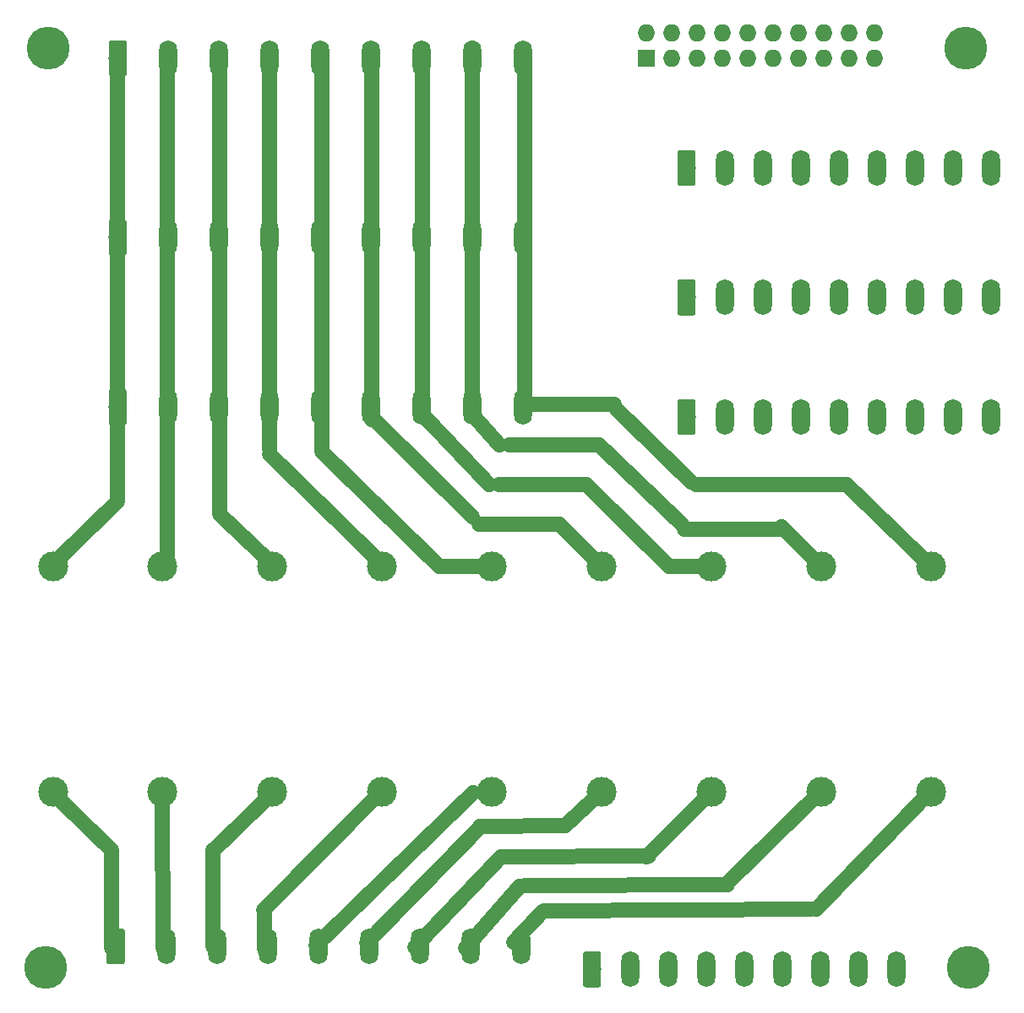
<source format=gbr>
G04 #@! TF.GenerationSoftware,KiCad,Pcbnew,(5.1.4)-1*
G04 #@! TF.CreationDate,2020-02-28T16:59:15+08:00*
G04 #@! TF.ProjectId,9p-parallel-fused,39702d70-6172-4616-9c6c-656c2d667573,rev?*
G04 #@! TF.SameCoordinates,Original*
G04 #@! TF.FileFunction,Soldermask,Bot*
G04 #@! TF.FilePolarity,Negative*
%FSLAX46Y46*%
G04 Gerber Fmt 4.6, Leading zero omitted, Abs format (unit mm)*
G04 Created by KiCad (PCBNEW (5.1.4)-1) date 2020-02-28 16:59:15*
%MOMM*%
%LPD*%
G04 APERTURE LIST*
%ADD10C,1.500000*%
%ADD11O,1.800000X3.600000*%
%ADD12C,0.100000*%
%ADD13C,1.800000*%
%ADD14O,1.727200X1.727200*%
%ADD15R,1.727200X1.727200*%
%ADD16C,4.300000*%
%ADD17C,3.000000*%
G04 APERTURE END LIST*
D10*
X96080000Y-130860000D02*
X75900000Y-131010000D01*
X77540000Y-133620000D02*
X74650000Y-136620000D01*
X75240000Y-131100000D02*
X69820000Y-137210000D01*
X88230000Y-128040000D02*
X73450000Y-128100000D01*
X71340000Y-125030000D02*
X59920000Y-136770000D01*
X108000000Y-90750000D02*
X93000000Y-90750000D01*
X101250000Y-95250000D02*
X91750000Y-95250000D01*
X94500000Y-99000000D02*
X90500000Y-99000000D01*
X72500000Y-99000000D02*
X67250000Y-99000000D01*
X79250000Y-94750000D02*
X71250000Y-94750000D01*
X82000000Y-90750000D02*
X73250000Y-90750000D01*
X83000000Y-86750000D02*
X74250000Y-86750000D01*
X84750000Y-82750000D02*
X76000000Y-82750000D01*
X34750000Y-92750000D02*
X28250000Y-99000000D01*
X45500000Y-94000000D02*
X50500000Y-98750000D01*
X101500000Y-95000000D02*
X105500000Y-99000000D01*
X108000000Y-90750000D02*
X116500000Y-99000000D01*
X85000000Y-83250000D02*
X92500000Y-90500000D01*
X83250000Y-86750000D02*
X91500000Y-94750000D01*
X79250000Y-94750000D02*
X83500000Y-99000000D01*
X82250000Y-91000000D02*
X90250000Y-99000000D01*
X70500000Y-83750000D02*
X73250000Y-86750000D01*
X65500000Y-83750000D02*
X72250000Y-90750000D01*
X60750000Y-84250000D02*
X70500000Y-94000000D01*
X55750000Y-87750000D02*
X67250000Y-99000000D01*
X50250000Y-87750000D02*
X61750000Y-99000000D01*
X75750000Y-47500000D02*
X75750000Y-83000000D01*
X70500000Y-47000000D02*
X70500000Y-82500000D01*
X65500000Y-47500000D02*
X65500000Y-83000000D01*
X60500000Y-47500000D02*
X60500000Y-84250000D01*
X55500000Y-47750000D02*
X55500000Y-87500000D01*
X50250000Y-47750000D02*
X50250000Y-87250000D01*
X45250000Y-48000000D02*
X45250000Y-93750000D01*
X40000000Y-47750000D02*
X40000000Y-98250000D01*
X35000000Y-48250000D02*
X35000000Y-92500000D01*
X34390000Y-127760000D02*
X34390000Y-137220000D01*
X44560000Y-127430000D02*
X44530000Y-137060000D01*
X49680000Y-133400000D02*
X49680000Y-137300000D01*
X70620000Y-121650000D02*
X54860000Y-137000000D01*
X79880000Y-125000000D02*
X71300000Y-125030000D01*
X73450000Y-128130000D02*
X64800000Y-137180000D01*
X104390000Y-133370000D02*
X77750000Y-133490000D01*
X116000000Y-122000000D02*
X104980000Y-133320000D01*
X105250000Y-121750000D02*
X96250000Y-130530000D01*
X94350000Y-121760000D02*
X87950000Y-128130000D01*
X83580000Y-121480000D02*
X79950000Y-124900000D01*
X61500000Y-121500000D02*
X49620000Y-133400000D01*
X50500000Y-121750000D02*
X44660000Y-127400000D01*
X39500000Y-121750000D02*
X39540000Y-137230000D01*
X28500000Y-121750000D02*
X34360000Y-127420000D01*
D11*
X113020000Y-139390000D03*
X109210000Y-139390000D03*
X105400000Y-139390000D03*
X101590000Y-139390000D03*
X97780000Y-139390000D03*
X93970000Y-139390000D03*
X90160000Y-139390000D03*
X86350000Y-139390000D03*
D12*
G36*
X83214504Y-137591204D02*
G01*
X83238773Y-137594804D01*
X83262571Y-137600765D01*
X83285671Y-137609030D01*
X83307849Y-137619520D01*
X83328893Y-137632133D01*
X83348598Y-137646747D01*
X83366777Y-137663223D01*
X83383253Y-137681402D01*
X83397867Y-137701107D01*
X83410480Y-137722151D01*
X83420970Y-137744329D01*
X83429235Y-137767429D01*
X83435196Y-137791227D01*
X83438796Y-137815496D01*
X83440000Y-137840000D01*
X83440000Y-140940000D01*
X83438796Y-140964504D01*
X83435196Y-140988773D01*
X83429235Y-141012571D01*
X83420970Y-141035671D01*
X83410480Y-141057849D01*
X83397867Y-141078893D01*
X83383253Y-141098598D01*
X83366777Y-141116777D01*
X83348598Y-141133253D01*
X83328893Y-141147867D01*
X83307849Y-141160480D01*
X83285671Y-141170970D01*
X83262571Y-141179235D01*
X83238773Y-141185196D01*
X83214504Y-141188796D01*
X83190000Y-141190000D01*
X81890000Y-141190000D01*
X81865496Y-141188796D01*
X81841227Y-141185196D01*
X81817429Y-141179235D01*
X81794329Y-141170970D01*
X81772151Y-141160480D01*
X81751107Y-141147867D01*
X81731402Y-141133253D01*
X81713223Y-141116777D01*
X81696747Y-141098598D01*
X81682133Y-141078893D01*
X81669520Y-141057849D01*
X81659030Y-141035671D01*
X81650765Y-141012571D01*
X81644804Y-140988773D01*
X81641204Y-140964504D01*
X81640000Y-140940000D01*
X81640000Y-137840000D01*
X81641204Y-137815496D01*
X81644804Y-137791227D01*
X81650765Y-137767429D01*
X81659030Y-137744329D01*
X81669520Y-137722151D01*
X81682133Y-137701107D01*
X81696747Y-137681402D01*
X81713223Y-137663223D01*
X81731402Y-137646747D01*
X81751107Y-137632133D01*
X81772151Y-137619520D01*
X81794329Y-137609030D01*
X81817429Y-137600765D01*
X81841227Y-137594804D01*
X81865496Y-137591204D01*
X81890000Y-137590000D01*
X83190000Y-137590000D01*
X83214504Y-137591204D01*
X83214504Y-137591204D01*
G37*
D13*
X82540000Y-139390000D03*
D12*
G36*
X35474324Y-135301205D02*
G01*
X35498612Y-135304808D01*
X35522429Y-135310774D01*
X35545547Y-135319045D01*
X35567743Y-135329543D01*
X35588804Y-135342166D01*
X35608525Y-135356793D01*
X35626718Y-135373282D01*
X35643207Y-135391475D01*
X35657834Y-135411196D01*
X35670457Y-135432257D01*
X35680955Y-135454453D01*
X35689226Y-135477571D01*
X35695192Y-135501388D01*
X35698795Y-135525676D01*
X35700000Y-135550200D01*
X35700000Y-138649800D01*
X35698795Y-138674324D01*
X35695192Y-138698612D01*
X35689226Y-138722429D01*
X35680955Y-138745547D01*
X35670457Y-138767743D01*
X35657834Y-138788804D01*
X35643207Y-138808525D01*
X35626718Y-138826718D01*
X35608525Y-138843207D01*
X35588804Y-138857834D01*
X35567743Y-138870457D01*
X35545547Y-138880955D01*
X35522429Y-138889226D01*
X35498612Y-138895192D01*
X35474324Y-138898795D01*
X35449800Y-138900000D01*
X34150200Y-138900000D01*
X34125676Y-138898795D01*
X34101388Y-138895192D01*
X34077571Y-138889226D01*
X34054453Y-138880955D01*
X34032257Y-138870457D01*
X34011196Y-138857834D01*
X33991475Y-138843207D01*
X33973282Y-138826718D01*
X33956793Y-138808525D01*
X33942166Y-138788804D01*
X33929543Y-138767743D01*
X33919045Y-138745547D01*
X33910774Y-138722429D01*
X33904808Y-138698612D01*
X33901205Y-138674324D01*
X33900000Y-138649800D01*
X33900000Y-135550200D01*
X33901205Y-135525676D01*
X33904808Y-135501388D01*
X33910774Y-135477571D01*
X33919045Y-135454453D01*
X33929543Y-135432257D01*
X33942166Y-135411196D01*
X33956793Y-135391475D01*
X33973282Y-135373282D01*
X33991475Y-135356793D01*
X34011196Y-135342166D01*
X34032257Y-135329543D01*
X34054453Y-135319045D01*
X34077571Y-135310774D01*
X34101388Y-135304808D01*
X34125676Y-135301205D01*
X34150200Y-135300000D01*
X35449800Y-135300000D01*
X35474324Y-135301205D01*
X35474324Y-135301205D01*
G37*
D13*
X34800000Y-137100000D03*
D11*
X39880000Y-137100000D03*
X44960000Y-137100000D03*
X50040000Y-137100000D03*
X55120000Y-137100000D03*
X60200000Y-137100000D03*
X65280000Y-137100000D03*
X70360000Y-137100000D03*
X75440000Y-137100000D03*
D12*
G36*
X35674324Y-64201205D02*
G01*
X35698612Y-64204808D01*
X35722429Y-64210774D01*
X35745547Y-64219045D01*
X35767743Y-64229543D01*
X35788804Y-64242166D01*
X35808525Y-64256793D01*
X35826718Y-64273282D01*
X35843207Y-64291475D01*
X35857834Y-64311196D01*
X35870457Y-64332257D01*
X35880955Y-64354453D01*
X35889226Y-64377571D01*
X35895192Y-64401388D01*
X35898795Y-64425676D01*
X35900000Y-64450200D01*
X35900000Y-67549800D01*
X35898795Y-67574324D01*
X35895192Y-67598612D01*
X35889226Y-67622429D01*
X35880955Y-67645547D01*
X35870457Y-67667743D01*
X35857834Y-67688804D01*
X35843207Y-67708525D01*
X35826718Y-67726718D01*
X35808525Y-67743207D01*
X35788804Y-67757834D01*
X35767743Y-67770457D01*
X35745547Y-67780955D01*
X35722429Y-67789226D01*
X35698612Y-67795192D01*
X35674324Y-67798795D01*
X35649800Y-67800000D01*
X34350200Y-67800000D01*
X34325676Y-67798795D01*
X34301388Y-67795192D01*
X34277571Y-67789226D01*
X34254453Y-67780955D01*
X34232257Y-67770457D01*
X34211196Y-67757834D01*
X34191475Y-67743207D01*
X34173282Y-67726718D01*
X34156793Y-67708525D01*
X34142166Y-67688804D01*
X34129543Y-67667743D01*
X34119045Y-67645547D01*
X34110774Y-67622429D01*
X34104808Y-67598612D01*
X34101205Y-67574324D01*
X34100000Y-67549800D01*
X34100000Y-64450200D01*
X34101205Y-64425676D01*
X34104808Y-64401388D01*
X34110774Y-64377571D01*
X34119045Y-64354453D01*
X34129543Y-64332257D01*
X34142166Y-64311196D01*
X34156793Y-64291475D01*
X34173282Y-64273282D01*
X34191475Y-64256793D01*
X34211196Y-64242166D01*
X34232257Y-64229543D01*
X34254453Y-64219045D01*
X34277571Y-64210774D01*
X34301388Y-64204808D01*
X34325676Y-64201205D01*
X34350200Y-64200000D01*
X35649800Y-64200000D01*
X35674324Y-64201205D01*
X35674324Y-64201205D01*
G37*
D13*
X35000000Y-66000000D03*
D11*
X40080000Y-66000000D03*
X45160000Y-66000000D03*
X50240000Y-66000000D03*
X55320000Y-66000000D03*
X60400000Y-66000000D03*
X65480000Y-66000000D03*
X70560000Y-66000000D03*
X75640000Y-66000000D03*
D12*
G36*
X35674324Y-81201205D02*
G01*
X35698612Y-81204808D01*
X35722429Y-81210774D01*
X35745547Y-81219045D01*
X35767743Y-81229543D01*
X35788804Y-81242166D01*
X35808525Y-81256793D01*
X35826718Y-81273282D01*
X35843207Y-81291475D01*
X35857834Y-81311196D01*
X35870457Y-81332257D01*
X35880955Y-81354453D01*
X35889226Y-81377571D01*
X35895192Y-81401388D01*
X35898795Y-81425676D01*
X35900000Y-81450200D01*
X35900000Y-84549800D01*
X35898795Y-84574324D01*
X35895192Y-84598612D01*
X35889226Y-84622429D01*
X35880955Y-84645547D01*
X35870457Y-84667743D01*
X35857834Y-84688804D01*
X35843207Y-84708525D01*
X35826718Y-84726718D01*
X35808525Y-84743207D01*
X35788804Y-84757834D01*
X35767743Y-84770457D01*
X35745547Y-84780955D01*
X35722429Y-84789226D01*
X35698612Y-84795192D01*
X35674324Y-84798795D01*
X35649800Y-84800000D01*
X34350200Y-84800000D01*
X34325676Y-84798795D01*
X34301388Y-84795192D01*
X34277571Y-84789226D01*
X34254453Y-84780955D01*
X34232257Y-84770457D01*
X34211196Y-84757834D01*
X34191475Y-84743207D01*
X34173282Y-84726718D01*
X34156793Y-84708525D01*
X34142166Y-84688804D01*
X34129543Y-84667743D01*
X34119045Y-84645547D01*
X34110774Y-84622429D01*
X34104808Y-84598612D01*
X34101205Y-84574324D01*
X34100000Y-84549800D01*
X34100000Y-81450200D01*
X34101205Y-81425676D01*
X34104808Y-81401388D01*
X34110774Y-81377571D01*
X34119045Y-81354453D01*
X34129543Y-81332257D01*
X34142166Y-81311196D01*
X34156793Y-81291475D01*
X34173282Y-81273282D01*
X34191475Y-81256793D01*
X34211196Y-81242166D01*
X34232257Y-81229543D01*
X34254453Y-81219045D01*
X34277571Y-81210774D01*
X34301388Y-81204808D01*
X34325676Y-81201205D01*
X34350200Y-81200000D01*
X35649800Y-81200000D01*
X35674324Y-81201205D01*
X35674324Y-81201205D01*
G37*
D13*
X35000000Y-83000000D03*
D11*
X40080000Y-83000000D03*
X45160000Y-83000000D03*
X50240000Y-83000000D03*
X55320000Y-83000000D03*
X60400000Y-83000000D03*
X65480000Y-83000000D03*
X70560000Y-83000000D03*
X75640000Y-83000000D03*
D12*
G36*
X35674324Y-46201205D02*
G01*
X35698612Y-46204808D01*
X35722429Y-46210774D01*
X35745547Y-46219045D01*
X35767743Y-46229543D01*
X35788804Y-46242166D01*
X35808525Y-46256793D01*
X35826718Y-46273282D01*
X35843207Y-46291475D01*
X35857834Y-46311196D01*
X35870457Y-46332257D01*
X35880955Y-46354453D01*
X35889226Y-46377571D01*
X35895192Y-46401388D01*
X35898795Y-46425676D01*
X35900000Y-46450200D01*
X35900000Y-49549800D01*
X35898795Y-49574324D01*
X35895192Y-49598612D01*
X35889226Y-49622429D01*
X35880955Y-49645547D01*
X35870457Y-49667743D01*
X35857834Y-49688804D01*
X35843207Y-49708525D01*
X35826718Y-49726718D01*
X35808525Y-49743207D01*
X35788804Y-49757834D01*
X35767743Y-49770457D01*
X35745547Y-49780955D01*
X35722429Y-49789226D01*
X35698612Y-49795192D01*
X35674324Y-49798795D01*
X35649800Y-49800000D01*
X34350200Y-49800000D01*
X34325676Y-49798795D01*
X34301388Y-49795192D01*
X34277571Y-49789226D01*
X34254453Y-49780955D01*
X34232257Y-49770457D01*
X34211196Y-49757834D01*
X34191475Y-49743207D01*
X34173282Y-49726718D01*
X34156793Y-49708525D01*
X34142166Y-49688804D01*
X34129543Y-49667743D01*
X34119045Y-49645547D01*
X34110774Y-49622429D01*
X34104808Y-49598612D01*
X34101205Y-49574324D01*
X34100000Y-49549800D01*
X34100000Y-46450200D01*
X34101205Y-46425676D01*
X34104808Y-46401388D01*
X34110774Y-46377571D01*
X34119045Y-46354453D01*
X34129543Y-46332257D01*
X34142166Y-46311196D01*
X34156793Y-46291475D01*
X34173282Y-46273282D01*
X34191475Y-46256793D01*
X34211196Y-46242166D01*
X34232257Y-46229543D01*
X34254453Y-46219045D01*
X34277571Y-46210774D01*
X34301388Y-46204808D01*
X34325676Y-46201205D01*
X34350200Y-46200000D01*
X35649800Y-46200000D01*
X35674324Y-46201205D01*
X35674324Y-46201205D01*
G37*
D13*
X35000000Y-48000000D03*
D11*
X40080000Y-48000000D03*
X45160000Y-48000000D03*
X50240000Y-48000000D03*
X55320000Y-48000000D03*
X60400000Y-48000000D03*
X65480000Y-48000000D03*
X70560000Y-48000000D03*
X75640000Y-48000000D03*
D14*
X110860000Y-45460000D03*
X110860000Y-48000000D03*
X108320000Y-45460000D03*
X108320000Y-48000000D03*
X105780000Y-45460000D03*
X105780000Y-48000000D03*
X103240000Y-45460000D03*
X103240000Y-48000000D03*
X100700000Y-45460000D03*
X100700000Y-48000000D03*
X98160000Y-45460000D03*
X98160000Y-48000000D03*
X95620000Y-45460000D03*
X95620000Y-48000000D03*
X93080000Y-45460000D03*
X93080000Y-48000000D03*
X90540000Y-45460000D03*
X90540000Y-48000000D03*
X88000000Y-45460000D03*
D15*
X88000000Y-48000000D03*
D11*
X122480000Y-84000000D03*
X118670000Y-84000000D03*
X114860000Y-84000000D03*
X111050000Y-84000000D03*
X107240000Y-84000000D03*
X103430000Y-84000000D03*
X99620000Y-84000000D03*
X95810000Y-84000000D03*
D12*
G36*
X92674504Y-82201204D02*
G01*
X92698773Y-82204804D01*
X92722571Y-82210765D01*
X92745671Y-82219030D01*
X92767849Y-82229520D01*
X92788893Y-82242133D01*
X92808598Y-82256747D01*
X92826777Y-82273223D01*
X92843253Y-82291402D01*
X92857867Y-82311107D01*
X92870480Y-82332151D01*
X92880970Y-82354329D01*
X92889235Y-82377429D01*
X92895196Y-82401227D01*
X92898796Y-82425496D01*
X92900000Y-82450000D01*
X92900000Y-85550000D01*
X92898796Y-85574504D01*
X92895196Y-85598773D01*
X92889235Y-85622571D01*
X92880970Y-85645671D01*
X92870480Y-85667849D01*
X92857867Y-85688893D01*
X92843253Y-85708598D01*
X92826777Y-85726777D01*
X92808598Y-85743253D01*
X92788893Y-85757867D01*
X92767849Y-85770480D01*
X92745671Y-85780970D01*
X92722571Y-85789235D01*
X92698773Y-85795196D01*
X92674504Y-85798796D01*
X92650000Y-85800000D01*
X91350000Y-85800000D01*
X91325496Y-85798796D01*
X91301227Y-85795196D01*
X91277429Y-85789235D01*
X91254329Y-85780970D01*
X91232151Y-85770480D01*
X91211107Y-85757867D01*
X91191402Y-85743253D01*
X91173223Y-85726777D01*
X91156747Y-85708598D01*
X91142133Y-85688893D01*
X91129520Y-85667849D01*
X91119030Y-85645671D01*
X91110765Y-85622571D01*
X91104804Y-85598773D01*
X91101204Y-85574504D01*
X91100000Y-85550000D01*
X91100000Y-82450000D01*
X91101204Y-82425496D01*
X91104804Y-82401227D01*
X91110765Y-82377429D01*
X91119030Y-82354329D01*
X91129520Y-82332151D01*
X91142133Y-82311107D01*
X91156747Y-82291402D01*
X91173223Y-82273223D01*
X91191402Y-82256747D01*
X91211107Y-82242133D01*
X91232151Y-82229520D01*
X91254329Y-82219030D01*
X91277429Y-82210765D01*
X91301227Y-82204804D01*
X91325496Y-82201204D01*
X91350000Y-82200000D01*
X92650000Y-82200000D01*
X92674504Y-82201204D01*
X92674504Y-82201204D01*
G37*
D13*
X92000000Y-84000000D03*
D11*
X122480000Y-72000000D03*
X118670000Y-72000000D03*
X114860000Y-72000000D03*
X111050000Y-72000000D03*
X107240000Y-72000000D03*
X103430000Y-72000000D03*
X99620000Y-72000000D03*
X95810000Y-72000000D03*
D12*
G36*
X92674504Y-70201204D02*
G01*
X92698773Y-70204804D01*
X92722571Y-70210765D01*
X92745671Y-70219030D01*
X92767849Y-70229520D01*
X92788893Y-70242133D01*
X92808598Y-70256747D01*
X92826777Y-70273223D01*
X92843253Y-70291402D01*
X92857867Y-70311107D01*
X92870480Y-70332151D01*
X92880970Y-70354329D01*
X92889235Y-70377429D01*
X92895196Y-70401227D01*
X92898796Y-70425496D01*
X92900000Y-70450000D01*
X92900000Y-73550000D01*
X92898796Y-73574504D01*
X92895196Y-73598773D01*
X92889235Y-73622571D01*
X92880970Y-73645671D01*
X92870480Y-73667849D01*
X92857867Y-73688893D01*
X92843253Y-73708598D01*
X92826777Y-73726777D01*
X92808598Y-73743253D01*
X92788893Y-73757867D01*
X92767849Y-73770480D01*
X92745671Y-73780970D01*
X92722571Y-73789235D01*
X92698773Y-73795196D01*
X92674504Y-73798796D01*
X92650000Y-73800000D01*
X91350000Y-73800000D01*
X91325496Y-73798796D01*
X91301227Y-73795196D01*
X91277429Y-73789235D01*
X91254329Y-73780970D01*
X91232151Y-73770480D01*
X91211107Y-73757867D01*
X91191402Y-73743253D01*
X91173223Y-73726777D01*
X91156747Y-73708598D01*
X91142133Y-73688893D01*
X91129520Y-73667849D01*
X91119030Y-73645671D01*
X91110765Y-73622571D01*
X91104804Y-73598773D01*
X91101204Y-73574504D01*
X91100000Y-73550000D01*
X91100000Y-70450000D01*
X91101204Y-70425496D01*
X91104804Y-70401227D01*
X91110765Y-70377429D01*
X91119030Y-70354329D01*
X91129520Y-70332151D01*
X91142133Y-70311107D01*
X91156747Y-70291402D01*
X91173223Y-70273223D01*
X91191402Y-70256747D01*
X91211107Y-70242133D01*
X91232151Y-70229520D01*
X91254329Y-70219030D01*
X91277429Y-70210765D01*
X91301227Y-70204804D01*
X91325496Y-70201204D01*
X91350000Y-70200000D01*
X92650000Y-70200000D01*
X92674504Y-70201204D01*
X92674504Y-70201204D01*
G37*
D13*
X92000000Y-72000000D03*
D11*
X122480000Y-59000000D03*
X118670000Y-59000000D03*
X114860000Y-59000000D03*
X111050000Y-59000000D03*
X107240000Y-59000000D03*
X103430000Y-59000000D03*
X99620000Y-59000000D03*
X95810000Y-59000000D03*
D12*
G36*
X92674504Y-57201204D02*
G01*
X92698773Y-57204804D01*
X92722571Y-57210765D01*
X92745671Y-57219030D01*
X92767849Y-57229520D01*
X92788893Y-57242133D01*
X92808598Y-57256747D01*
X92826777Y-57273223D01*
X92843253Y-57291402D01*
X92857867Y-57311107D01*
X92870480Y-57332151D01*
X92880970Y-57354329D01*
X92889235Y-57377429D01*
X92895196Y-57401227D01*
X92898796Y-57425496D01*
X92900000Y-57450000D01*
X92900000Y-60550000D01*
X92898796Y-60574504D01*
X92895196Y-60598773D01*
X92889235Y-60622571D01*
X92880970Y-60645671D01*
X92870480Y-60667849D01*
X92857867Y-60688893D01*
X92843253Y-60708598D01*
X92826777Y-60726777D01*
X92808598Y-60743253D01*
X92788893Y-60757867D01*
X92767849Y-60770480D01*
X92745671Y-60780970D01*
X92722571Y-60789235D01*
X92698773Y-60795196D01*
X92674504Y-60798796D01*
X92650000Y-60800000D01*
X91350000Y-60800000D01*
X91325496Y-60798796D01*
X91301227Y-60795196D01*
X91277429Y-60789235D01*
X91254329Y-60780970D01*
X91232151Y-60770480D01*
X91211107Y-60757867D01*
X91191402Y-60743253D01*
X91173223Y-60726777D01*
X91156747Y-60708598D01*
X91142133Y-60688893D01*
X91129520Y-60667849D01*
X91119030Y-60645671D01*
X91110765Y-60622571D01*
X91104804Y-60598773D01*
X91101204Y-60574504D01*
X91100000Y-60550000D01*
X91100000Y-57450000D01*
X91101204Y-57425496D01*
X91104804Y-57401227D01*
X91110765Y-57377429D01*
X91119030Y-57354329D01*
X91129520Y-57332151D01*
X91142133Y-57311107D01*
X91156747Y-57291402D01*
X91173223Y-57273223D01*
X91191402Y-57256747D01*
X91211107Y-57242133D01*
X91232151Y-57229520D01*
X91254329Y-57219030D01*
X91277429Y-57210765D01*
X91301227Y-57204804D01*
X91325496Y-57201204D01*
X91350000Y-57200000D01*
X92650000Y-57200000D01*
X92674504Y-57201204D01*
X92674504Y-57201204D01*
G37*
D13*
X92000000Y-59000000D03*
D16*
X27800000Y-139200000D03*
X120200000Y-139200000D03*
X28000000Y-47000000D03*
X120000000Y-47000000D03*
D17*
X116500000Y-121600000D03*
X116500000Y-99000000D03*
X105500000Y-121600000D03*
X105500000Y-99000000D03*
X94500000Y-121600000D03*
X94500000Y-99000000D03*
X83500000Y-121600000D03*
X83500000Y-99000000D03*
X72500000Y-121600000D03*
X72500000Y-99000000D03*
X61500000Y-121600000D03*
X61500000Y-99000000D03*
X50500000Y-121600000D03*
X50500000Y-99000000D03*
X39500000Y-121600000D03*
X39500000Y-99000000D03*
X28500000Y-121600000D03*
X28500000Y-99000000D03*
M02*

</source>
